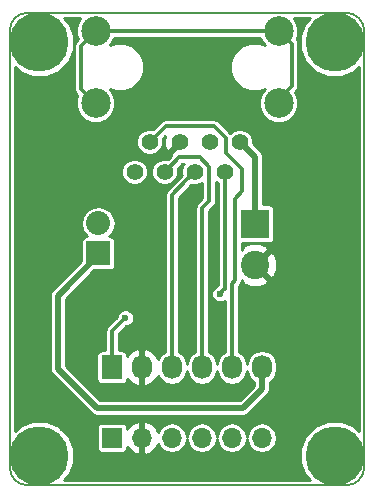
<source format=gtl>
G04 #@! TF.FileFunction,Copper,L1,Top,Signal*
%FSLAX46Y46*%
G04 Gerber Fmt 4.6, Leading zero omitted, Abs format (unit mm)*
G04 Created by KiCad (PCBNEW 4.0.7-e2-6376~58~ubuntu16.04.1) date Fri Aug  3 19:32:04 2018*
%MOMM*%
%LPD*%
G01*
G04 APERTURE LIST*
%ADD10C,0.100000*%
%ADD11C,0.150000*%
%ADD12C,5.000000*%
%ADD13O,1.727200X2.032000*%
%ADD14R,1.727200X2.032000*%
%ADD15R,2.032000X2.032000*%
%ADD16O,2.032000X2.032000*%
%ADD17C,2.400000*%
%ADD18R,2.400000X2.400000*%
%ADD19C,2.500000*%
%ADD20C,1.400000*%
%ADD21R,1.700000X1.700000*%
%ADD22O,1.700000X1.700000*%
%ADD23C,0.600000*%
%ADD24C,0.300000*%
%ADD25C,0.500000*%
%ADD26C,0.254000*%
G04 APERTURE END LIST*
D10*
D11*
X136500000Y-90000000D02*
G75*
G03X135000000Y-91500000I0J-1500000D01*
G01*
X165000000Y-91500000D02*
G75*
G03X163500000Y-90000000I-1500000J0D01*
G01*
X163500000Y-130000000D02*
G75*
G03X165000000Y-128500000I0J1500000D01*
G01*
X135000000Y-128500000D02*
G75*
G03X136500000Y-130000000I1500000J0D01*
G01*
X135000000Y-91500000D02*
X135000000Y-128500000D01*
X163500000Y-130000000D02*
X136500000Y-130000000D01*
X165000000Y-91500000D02*
X165000000Y-128500000D01*
X136500000Y-90000000D02*
X163500000Y-90000000D01*
D12*
X137500000Y-127500000D03*
X162500000Y-127500000D03*
X162500000Y-92500000D03*
D13*
X156337000Y-120015000D03*
X153797000Y-120015000D03*
X151257000Y-120015000D03*
X148717000Y-120015000D03*
X146177000Y-120015000D03*
D14*
X143637000Y-120015000D03*
D15*
X142494000Y-110363000D03*
D16*
X142494000Y-107823000D03*
D17*
X155764000Y-111351000D03*
D18*
X155764000Y-107851000D03*
D12*
X137500000Y-92500000D03*
D19*
X157762400Y-91539600D03*
X142262400Y-91539600D03*
D20*
X151917400Y-100929600D03*
X154457400Y-100929600D03*
X153187400Y-103469600D03*
X150647400Y-103469600D03*
X149377400Y-100929600D03*
X148107400Y-103469600D03*
X146837400Y-100929600D03*
X145567400Y-103469600D03*
D19*
X157762400Y-97639600D03*
X142262400Y-97639600D03*
D21*
X143637000Y-125984000D03*
D22*
X146177000Y-125984000D03*
X148717000Y-125984000D03*
X151257000Y-125984000D03*
X153797000Y-125984000D03*
X156337000Y-125984000D03*
D23*
X150012400Y-117652800D03*
X152857200Y-117094000D03*
X152857200Y-115570000D03*
X154559000Y-122377200D03*
X152908000Y-122402600D03*
X152044400Y-122428000D03*
X150495000Y-122428000D03*
X149504400Y-122428000D03*
X147955000Y-122428000D03*
X144780000Y-115824000D03*
X152781000Y-113792000D03*
D24*
X152857200Y-115570000D02*
X152857200Y-117094000D01*
X152908000Y-122402600D02*
X154533600Y-122402600D01*
X154533600Y-122402600D02*
X154559000Y-122377200D01*
X150495000Y-122428000D02*
X152044400Y-122428000D01*
X147955000Y-122428000D02*
X149504400Y-122428000D01*
D25*
X155764000Y-107851000D02*
X155764000Y-102170000D01*
X155764000Y-102170000D02*
X154523600Y-100929600D01*
X154523600Y-100929600D02*
X154457400Y-100929600D01*
D24*
X153187400Y-113385600D02*
X153080999Y-113492001D01*
X153187400Y-103469600D02*
X153187400Y-113385600D01*
X153080999Y-113492001D02*
X152781000Y-113792000D01*
X143637000Y-116967000D02*
X143637000Y-120015000D01*
X144780000Y-115824000D02*
X143637000Y-116967000D01*
X149947401Y-104169599D02*
X150647400Y-103469600D01*
X148717000Y-105400000D02*
X149947401Y-104169599D01*
X148717000Y-120015000D02*
X148717000Y-105400000D01*
X151257000Y-118699000D02*
X151257000Y-120015000D01*
X151257000Y-106553000D02*
X151257000Y-118699000D01*
X151892000Y-105918000D02*
X151257000Y-106553000D01*
X151892000Y-103022743D02*
X151892000Y-105918000D01*
X149342000Y-102235000D02*
X151104257Y-102235000D01*
X148107400Y-103469600D02*
X149342000Y-102235000D01*
X151104257Y-102235000D02*
X151892000Y-103022743D01*
X153289000Y-101854000D02*
X154686000Y-103251000D01*
X153797000Y-118699000D02*
X153797000Y-120015000D01*
X152273000Y-99568000D02*
X153289000Y-100584000D01*
X146837400Y-100929600D02*
X148199000Y-99568000D01*
X153289000Y-100584000D02*
X153289000Y-101854000D01*
X148199000Y-99568000D02*
X152273000Y-99568000D01*
X154057222Y-112663463D02*
X153797000Y-112923685D01*
X154686000Y-105096955D02*
X154057222Y-105725733D01*
X154057222Y-105725733D02*
X154057222Y-112663463D01*
X154686000Y-103251000D02*
X154686000Y-105096955D01*
X153797000Y-112923685D02*
X153797000Y-118699000D01*
X157762400Y-97639600D02*
X157762400Y-97304400D01*
X157762400Y-97304400D02*
X158851600Y-96215200D01*
X158851600Y-96215200D02*
X158851600Y-92628800D01*
X158851600Y-92628800D02*
X157762400Y-91539600D01*
X142262400Y-97639600D02*
X142191200Y-97639600D01*
X142191200Y-97639600D02*
X141020800Y-96469200D01*
X141020800Y-96469200D02*
X141020800Y-92781200D01*
X141020800Y-92781200D02*
X142262400Y-91539600D01*
X157762400Y-91539600D02*
X142262400Y-91539600D01*
D25*
X139065000Y-120142000D02*
X139065000Y-113935000D01*
X142367000Y-123444000D02*
X139065000Y-120142000D01*
X139065000Y-113935000D02*
X142500000Y-110500000D01*
X154750204Y-123444000D02*
X142367000Y-123444000D01*
X156337000Y-120015000D02*
X156337000Y-121857204D01*
X156337000Y-121857204D02*
X154750204Y-123444000D01*
D26*
G36*
X140841538Y-90588416D02*
X140585692Y-91204561D01*
X140585110Y-91871712D01*
X140739831Y-92246167D01*
X140612799Y-92373199D01*
X140487722Y-92560392D01*
X140443799Y-92781200D01*
X140443800Y-92781205D01*
X140443800Y-96469195D01*
X140443799Y-96469200D01*
X140487722Y-96690008D01*
X140612799Y-96877201D01*
X140719035Y-96983437D01*
X140585692Y-97304561D01*
X140585110Y-97971712D01*
X140839880Y-98588303D01*
X141311216Y-99060462D01*
X141927361Y-99316308D01*
X142594512Y-99316890D01*
X143211103Y-99062120D01*
X143683262Y-98590784D01*
X143939108Y-97974639D01*
X143939690Y-97307488D01*
X143684920Y-96690897D01*
X143456880Y-96462458D01*
X143887441Y-96641243D01*
X144703777Y-96641955D01*
X145458246Y-96330215D01*
X146035987Y-95753482D01*
X146349043Y-94999559D01*
X146349755Y-94183223D01*
X146038015Y-93428754D01*
X145461282Y-92851013D01*
X144707359Y-92537957D01*
X143891023Y-92537245D01*
X143457123Y-92716529D01*
X143683262Y-92490784D01*
X143838637Y-92116600D01*
X156186296Y-92116600D01*
X156339880Y-92488303D01*
X156567920Y-92716742D01*
X156137359Y-92537957D01*
X155321023Y-92537245D01*
X154566554Y-92848985D01*
X153988813Y-93425718D01*
X153675757Y-94179641D01*
X153675045Y-94995977D01*
X153986785Y-95750446D01*
X154563518Y-96328187D01*
X155317441Y-96641243D01*
X156133777Y-96641955D01*
X156567677Y-96462671D01*
X156341538Y-96688416D01*
X156085692Y-97304561D01*
X156085110Y-97971712D01*
X156339880Y-98588303D01*
X156811216Y-99060462D01*
X157427361Y-99316308D01*
X158094512Y-99316890D01*
X158711103Y-99062120D01*
X159183262Y-98590784D01*
X159439108Y-97974639D01*
X159439690Y-97307488D01*
X159186962Y-96695839D01*
X159259598Y-96623203D01*
X159259601Y-96623201D01*
X159362500Y-96469200D01*
X159384678Y-96436009D01*
X159428600Y-96215200D01*
X159428600Y-92628800D01*
X159384678Y-92407992D01*
X159384678Y-92407991D01*
X159281660Y-92253815D01*
X159439108Y-91874639D01*
X159439690Y-91207488D01*
X159184920Y-90590897D01*
X159050258Y-90456000D01*
X160404551Y-90456000D01*
X160020057Y-90839823D01*
X159573510Y-91915229D01*
X159572493Y-93079662D01*
X160017164Y-94155846D01*
X160839823Y-94979943D01*
X161915229Y-95426490D01*
X163079662Y-95427507D01*
X164155846Y-94982836D01*
X164544000Y-94595359D01*
X164544000Y-125404551D01*
X164160177Y-125020057D01*
X163084771Y-124573510D01*
X161920338Y-124572493D01*
X160844154Y-125017164D01*
X160020057Y-125839823D01*
X159573510Y-126915229D01*
X159572493Y-128079662D01*
X160017164Y-129155846D01*
X160404641Y-129544000D01*
X139595449Y-129544000D01*
X139979943Y-129160177D01*
X140426490Y-128084771D01*
X140427507Y-126920338D01*
X139982836Y-125844154D01*
X139273922Y-125134000D01*
X142351635Y-125134000D01*
X142351635Y-126834000D01*
X142381409Y-126992237D01*
X142474927Y-127137567D01*
X142617619Y-127235064D01*
X142787000Y-127269365D01*
X144487000Y-127269365D01*
X144645237Y-127239591D01*
X144790567Y-127146073D01*
X144888064Y-127003381D01*
X144922365Y-126834000D01*
X144922365Y-126738764D01*
X144981817Y-126865358D01*
X145410076Y-127255645D01*
X145820110Y-127425476D01*
X146050000Y-127304155D01*
X146050000Y-126111000D01*
X146030000Y-126111000D01*
X146030000Y-125857000D01*
X146050000Y-125857000D01*
X146050000Y-124663845D01*
X146304000Y-124663845D01*
X146304000Y-125857000D01*
X146324000Y-125857000D01*
X146324000Y-126111000D01*
X146304000Y-126111000D01*
X146304000Y-127304155D01*
X146533890Y-127425476D01*
X146943924Y-127255645D01*
X147372183Y-126865358D01*
X147541691Y-126504417D01*
X147814025Y-126911993D01*
X148228313Y-127188812D01*
X148717000Y-127286018D01*
X149205687Y-127188812D01*
X149619975Y-126911993D01*
X149896794Y-126497705D01*
X149987000Y-126044209D01*
X150077206Y-126497705D01*
X150354025Y-126911993D01*
X150768313Y-127188812D01*
X151257000Y-127286018D01*
X151745687Y-127188812D01*
X152159975Y-126911993D01*
X152436794Y-126497705D01*
X152527000Y-126044209D01*
X152617206Y-126497705D01*
X152894025Y-126911993D01*
X153308313Y-127188812D01*
X153797000Y-127286018D01*
X154285687Y-127188812D01*
X154699975Y-126911993D01*
X154976794Y-126497705D01*
X155067000Y-126044209D01*
X155157206Y-126497705D01*
X155434025Y-126911993D01*
X155848313Y-127188812D01*
X156337000Y-127286018D01*
X156825687Y-127188812D01*
X157239975Y-126911993D01*
X157516794Y-126497705D01*
X157614000Y-126009018D01*
X157614000Y-125958982D01*
X157516794Y-125470295D01*
X157239975Y-125056007D01*
X156825687Y-124779188D01*
X156337000Y-124681982D01*
X155848313Y-124779188D01*
X155434025Y-125056007D01*
X155157206Y-125470295D01*
X155067000Y-125923791D01*
X154976794Y-125470295D01*
X154699975Y-125056007D01*
X154285687Y-124779188D01*
X153797000Y-124681982D01*
X153308313Y-124779188D01*
X152894025Y-125056007D01*
X152617206Y-125470295D01*
X152527000Y-125923791D01*
X152436794Y-125470295D01*
X152159975Y-125056007D01*
X151745687Y-124779188D01*
X151257000Y-124681982D01*
X150768313Y-124779188D01*
X150354025Y-125056007D01*
X150077206Y-125470295D01*
X149987000Y-125923791D01*
X149896794Y-125470295D01*
X149619975Y-125056007D01*
X149205687Y-124779188D01*
X148717000Y-124681982D01*
X148228313Y-124779188D01*
X147814025Y-125056007D01*
X147541691Y-125463583D01*
X147372183Y-125102642D01*
X146943924Y-124712355D01*
X146533890Y-124542524D01*
X146304000Y-124663845D01*
X146050000Y-124663845D01*
X145820110Y-124542524D01*
X145410076Y-124712355D01*
X144981817Y-125102642D01*
X144922365Y-125229236D01*
X144922365Y-125134000D01*
X144892591Y-124975763D01*
X144799073Y-124830433D01*
X144656381Y-124732936D01*
X144487000Y-124698635D01*
X142787000Y-124698635D01*
X142628763Y-124728409D01*
X142483433Y-124821927D01*
X142385936Y-124964619D01*
X142351635Y-125134000D01*
X139273922Y-125134000D01*
X139160177Y-125020057D01*
X138084771Y-124573510D01*
X136920338Y-124572493D01*
X135844154Y-125017164D01*
X135456000Y-125404641D01*
X135456000Y-113935000D01*
X138388000Y-113935000D01*
X138388000Y-120142000D01*
X138439534Y-120401077D01*
X138537757Y-120548078D01*
X138586289Y-120620711D01*
X141888289Y-123922711D01*
X142107923Y-124069466D01*
X142367000Y-124121000D01*
X154750204Y-124121000D01*
X155009281Y-124069466D01*
X155228915Y-123922711D01*
X156815711Y-122335916D01*
X156889089Y-122226098D01*
X156962466Y-122116281D01*
X157014000Y-121857204D01*
X157014000Y-121265680D01*
X157249592Y-121108262D01*
X157529359Y-120689561D01*
X157627600Y-120195670D01*
X157627600Y-119834330D01*
X157529359Y-119340439D01*
X157249592Y-118921738D01*
X156830891Y-118641971D01*
X156337000Y-118543730D01*
X155843109Y-118641971D01*
X155424408Y-118921738D01*
X155144641Y-119340439D01*
X155067000Y-119730767D01*
X154989359Y-119340439D01*
X154709592Y-118921738D01*
X154374000Y-118697503D01*
X154374000Y-113162686D01*
X154465220Y-113071466D01*
X154465223Y-113071464D01*
X154569768Y-112915000D01*
X154590300Y-112884272D01*
X154634222Y-112663463D01*
X154634222Y-112660386D01*
X154646431Y-112648177D01*
X154769565Y-112935788D01*
X155451734Y-113195707D01*
X156181443Y-113174786D01*
X156758435Y-112935788D01*
X156881570Y-112648175D01*
X155764000Y-111530605D01*
X155749858Y-111544748D01*
X155570253Y-111365143D01*
X155584395Y-111351000D01*
X155943605Y-111351000D01*
X157061175Y-112468570D01*
X157348788Y-112345435D01*
X157608707Y-111663266D01*
X157587786Y-110933557D01*
X157348788Y-110356565D01*
X157061175Y-110233430D01*
X155943605Y-111351000D01*
X155584395Y-111351000D01*
X155570253Y-111336858D01*
X155749858Y-111157253D01*
X155764000Y-111171395D01*
X156881570Y-110053825D01*
X156758435Y-109766212D01*
X156076266Y-109506293D01*
X155346557Y-109527214D01*
X154769565Y-109766212D01*
X154646431Y-110053823D01*
X154634222Y-110041614D01*
X154634222Y-109486365D01*
X156964000Y-109486365D01*
X157122237Y-109456591D01*
X157267567Y-109363073D01*
X157365064Y-109220381D01*
X157399365Y-109051000D01*
X157399365Y-106651000D01*
X157369591Y-106492763D01*
X157276073Y-106347433D01*
X157133381Y-106249936D01*
X156964000Y-106215635D01*
X156441000Y-106215635D01*
X156441000Y-102170000D01*
X156418482Y-102056795D01*
X156389467Y-101910924D01*
X156242712Y-101691289D01*
X155584310Y-101032888D01*
X155584595Y-100706409D01*
X155413381Y-100292040D01*
X155096628Y-99974733D01*
X154682558Y-99802796D01*
X154234209Y-99802405D01*
X153819840Y-99973619D01*
X153657088Y-100136086D01*
X152681001Y-99159999D01*
X152493808Y-99034922D01*
X152273000Y-98990999D01*
X152272995Y-98991000D01*
X148199000Y-98991000D01*
X147978192Y-99034922D01*
X147790999Y-99159999D01*
X147790997Y-99160002D01*
X147123074Y-99827924D01*
X147062558Y-99802796D01*
X146614209Y-99802405D01*
X146199840Y-99973619D01*
X145882533Y-100290372D01*
X145710596Y-100704442D01*
X145710205Y-101152791D01*
X145881419Y-101567160D01*
X146198172Y-101884467D01*
X146612242Y-102056404D01*
X147060591Y-102056795D01*
X147474960Y-101885581D01*
X147792267Y-101568828D01*
X147964204Y-101154758D01*
X147964595Y-100706409D01*
X147938865Y-100644137D01*
X148129806Y-100453196D01*
X148029981Y-100736722D01*
X148058736Y-101267040D01*
X148206358Y-101623431D01*
X148442125Y-101685269D01*
X149197795Y-100929600D01*
X149183652Y-100915458D01*
X149363258Y-100735852D01*
X149377400Y-100749995D01*
X149391542Y-100735852D01*
X149571148Y-100915458D01*
X149557005Y-100929600D01*
X149571148Y-100943742D01*
X149391542Y-101123348D01*
X149377400Y-101109205D01*
X148621731Y-101864875D01*
X148678746Y-102082252D01*
X148393074Y-102367924D01*
X148332558Y-102342796D01*
X147884209Y-102342405D01*
X147469840Y-102513619D01*
X147152533Y-102830372D01*
X146980596Y-103244442D01*
X146980205Y-103692791D01*
X147151419Y-104107160D01*
X147468172Y-104424467D01*
X147882242Y-104596404D01*
X148330591Y-104596795D01*
X148744960Y-104425581D01*
X149062267Y-104108828D01*
X149234204Y-103694758D01*
X149234595Y-103246409D01*
X149208865Y-103184137D01*
X149581002Y-102812000D01*
X149710937Y-102812000D01*
X149692533Y-102830372D01*
X149520596Y-103244442D01*
X149520205Y-103692791D01*
X149545935Y-103755063D01*
X149539400Y-103761598D01*
X149539398Y-103761601D01*
X148308999Y-104991999D01*
X148183922Y-105179192D01*
X148139999Y-105400000D01*
X148140000Y-105400005D01*
X148140000Y-118697503D01*
X147804408Y-118921738D01*
X147543138Y-119312757D01*
X147468954Y-119100680D01*
X147079036Y-118664268D01*
X146551791Y-118410291D01*
X146536026Y-118407642D01*
X146304000Y-118528783D01*
X146304000Y-119888000D01*
X146324000Y-119888000D01*
X146324000Y-120142000D01*
X146304000Y-120142000D01*
X146304000Y-121501217D01*
X146536026Y-121622358D01*
X146551791Y-121619709D01*
X147079036Y-121365732D01*
X147468954Y-120929320D01*
X147543138Y-120717243D01*
X147804408Y-121108262D01*
X148223109Y-121388029D01*
X148717000Y-121486270D01*
X149210891Y-121388029D01*
X149629592Y-121108262D01*
X149909359Y-120689561D01*
X149987000Y-120299233D01*
X150064641Y-120689561D01*
X150344408Y-121108262D01*
X150763109Y-121388029D01*
X151257000Y-121486270D01*
X151750891Y-121388029D01*
X152169592Y-121108262D01*
X152449359Y-120689561D01*
X152527000Y-120299233D01*
X152604641Y-120689561D01*
X152884408Y-121108262D01*
X153303109Y-121388029D01*
X153797000Y-121486270D01*
X154290891Y-121388029D01*
X154709592Y-121108262D01*
X154989359Y-120689561D01*
X155067000Y-120299233D01*
X155144641Y-120689561D01*
X155424408Y-121108262D01*
X155660000Y-121265680D01*
X155660000Y-121576781D01*
X154469782Y-122767000D01*
X142647422Y-122767000D01*
X139742000Y-119861578D01*
X139742000Y-118999000D01*
X142338035Y-118999000D01*
X142338035Y-121031000D01*
X142367809Y-121189237D01*
X142461327Y-121334567D01*
X142604019Y-121432064D01*
X142773400Y-121466365D01*
X144500600Y-121466365D01*
X144658837Y-121436591D01*
X144804167Y-121343073D01*
X144901664Y-121200381D01*
X144935965Y-121031000D01*
X144935965Y-120986311D01*
X145274964Y-121365732D01*
X145802209Y-121619709D01*
X145817974Y-121622358D01*
X146050000Y-121501217D01*
X146050000Y-120142000D01*
X146030000Y-120142000D01*
X146030000Y-119888000D01*
X146050000Y-119888000D01*
X146050000Y-118528783D01*
X145817974Y-118407642D01*
X145802209Y-118410291D01*
X145274964Y-118664268D01*
X144935965Y-119043689D01*
X144935965Y-118999000D01*
X144906191Y-118840763D01*
X144812673Y-118695433D01*
X144669981Y-118597936D01*
X144500600Y-118563635D01*
X144214000Y-118563635D01*
X144214000Y-117206002D01*
X144868924Y-116551078D01*
X144923975Y-116551126D01*
X145191275Y-116440680D01*
X145395961Y-116236350D01*
X145506874Y-115969244D01*
X145507126Y-115680025D01*
X145396680Y-115412725D01*
X145192350Y-115208039D01*
X144925244Y-115097126D01*
X144636025Y-115096874D01*
X144368725Y-115207320D01*
X144164039Y-115411650D01*
X144053126Y-115678756D01*
X144053077Y-115734921D01*
X143228999Y-116558999D01*
X143103922Y-116746192D01*
X143059999Y-116967000D01*
X143060000Y-116967005D01*
X143060000Y-118563635D01*
X142773400Y-118563635D01*
X142615163Y-118593409D01*
X142469833Y-118686927D01*
X142372336Y-118829619D01*
X142338035Y-118999000D01*
X139742000Y-118999000D01*
X139742000Y-114215422D01*
X142143058Y-111814365D01*
X143510000Y-111814365D01*
X143668237Y-111784591D01*
X143813567Y-111691073D01*
X143911064Y-111548381D01*
X143945365Y-111379000D01*
X143945365Y-109347000D01*
X143915591Y-109188763D01*
X143822073Y-109043433D01*
X143679381Y-108945936D01*
X143510000Y-108911635D01*
X143440437Y-108911635D01*
X143542625Y-108843355D01*
X143855428Y-108375212D01*
X143965270Y-107823000D01*
X143855428Y-107270788D01*
X143542625Y-106802645D01*
X143074482Y-106489842D01*
X142522270Y-106380000D01*
X142465730Y-106380000D01*
X141913518Y-106489842D01*
X141445375Y-106802645D01*
X141132572Y-107270788D01*
X141022730Y-107823000D01*
X141132572Y-108375212D01*
X141445375Y-108843355D01*
X141547563Y-108911635D01*
X141478000Y-108911635D01*
X141319763Y-108941409D01*
X141174433Y-109034927D01*
X141076936Y-109177619D01*
X141042635Y-109347000D01*
X141042635Y-110999942D01*
X138586289Y-113456289D01*
X138439534Y-113675923D01*
X138388000Y-113935000D01*
X135456000Y-113935000D01*
X135456000Y-103692791D01*
X144440205Y-103692791D01*
X144611419Y-104107160D01*
X144928172Y-104424467D01*
X145342242Y-104596404D01*
X145790591Y-104596795D01*
X146204960Y-104425581D01*
X146522267Y-104108828D01*
X146694204Y-103694758D01*
X146694595Y-103246409D01*
X146523381Y-102832040D01*
X146206628Y-102514733D01*
X145792558Y-102342796D01*
X145344209Y-102342405D01*
X144929840Y-102513619D01*
X144612533Y-102830372D01*
X144440596Y-103244442D01*
X144440205Y-103692791D01*
X135456000Y-103692791D01*
X135456000Y-94595449D01*
X135839823Y-94979943D01*
X136915229Y-95426490D01*
X138079662Y-95427507D01*
X139155846Y-94982836D01*
X139979943Y-94160177D01*
X140426490Y-93084771D01*
X140427507Y-91920338D01*
X139982836Y-90844154D01*
X139595359Y-90456000D01*
X140974185Y-90456000D01*
X140841538Y-90588416D01*
X140841538Y-90588416D01*
G37*
X140841538Y-90588416D02*
X140585692Y-91204561D01*
X140585110Y-91871712D01*
X140739831Y-92246167D01*
X140612799Y-92373199D01*
X140487722Y-92560392D01*
X140443799Y-92781200D01*
X140443800Y-92781205D01*
X140443800Y-96469195D01*
X140443799Y-96469200D01*
X140487722Y-96690008D01*
X140612799Y-96877201D01*
X140719035Y-96983437D01*
X140585692Y-97304561D01*
X140585110Y-97971712D01*
X140839880Y-98588303D01*
X141311216Y-99060462D01*
X141927361Y-99316308D01*
X142594512Y-99316890D01*
X143211103Y-99062120D01*
X143683262Y-98590784D01*
X143939108Y-97974639D01*
X143939690Y-97307488D01*
X143684920Y-96690897D01*
X143456880Y-96462458D01*
X143887441Y-96641243D01*
X144703777Y-96641955D01*
X145458246Y-96330215D01*
X146035987Y-95753482D01*
X146349043Y-94999559D01*
X146349755Y-94183223D01*
X146038015Y-93428754D01*
X145461282Y-92851013D01*
X144707359Y-92537957D01*
X143891023Y-92537245D01*
X143457123Y-92716529D01*
X143683262Y-92490784D01*
X143838637Y-92116600D01*
X156186296Y-92116600D01*
X156339880Y-92488303D01*
X156567920Y-92716742D01*
X156137359Y-92537957D01*
X155321023Y-92537245D01*
X154566554Y-92848985D01*
X153988813Y-93425718D01*
X153675757Y-94179641D01*
X153675045Y-94995977D01*
X153986785Y-95750446D01*
X154563518Y-96328187D01*
X155317441Y-96641243D01*
X156133777Y-96641955D01*
X156567677Y-96462671D01*
X156341538Y-96688416D01*
X156085692Y-97304561D01*
X156085110Y-97971712D01*
X156339880Y-98588303D01*
X156811216Y-99060462D01*
X157427361Y-99316308D01*
X158094512Y-99316890D01*
X158711103Y-99062120D01*
X159183262Y-98590784D01*
X159439108Y-97974639D01*
X159439690Y-97307488D01*
X159186962Y-96695839D01*
X159259598Y-96623203D01*
X159259601Y-96623201D01*
X159362500Y-96469200D01*
X159384678Y-96436009D01*
X159428600Y-96215200D01*
X159428600Y-92628800D01*
X159384678Y-92407992D01*
X159384678Y-92407991D01*
X159281660Y-92253815D01*
X159439108Y-91874639D01*
X159439690Y-91207488D01*
X159184920Y-90590897D01*
X159050258Y-90456000D01*
X160404551Y-90456000D01*
X160020057Y-90839823D01*
X159573510Y-91915229D01*
X159572493Y-93079662D01*
X160017164Y-94155846D01*
X160839823Y-94979943D01*
X161915229Y-95426490D01*
X163079662Y-95427507D01*
X164155846Y-94982836D01*
X164544000Y-94595359D01*
X164544000Y-125404551D01*
X164160177Y-125020057D01*
X163084771Y-124573510D01*
X161920338Y-124572493D01*
X160844154Y-125017164D01*
X160020057Y-125839823D01*
X159573510Y-126915229D01*
X159572493Y-128079662D01*
X160017164Y-129155846D01*
X160404641Y-129544000D01*
X139595449Y-129544000D01*
X139979943Y-129160177D01*
X140426490Y-128084771D01*
X140427507Y-126920338D01*
X139982836Y-125844154D01*
X139273922Y-125134000D01*
X142351635Y-125134000D01*
X142351635Y-126834000D01*
X142381409Y-126992237D01*
X142474927Y-127137567D01*
X142617619Y-127235064D01*
X142787000Y-127269365D01*
X144487000Y-127269365D01*
X144645237Y-127239591D01*
X144790567Y-127146073D01*
X144888064Y-127003381D01*
X144922365Y-126834000D01*
X144922365Y-126738764D01*
X144981817Y-126865358D01*
X145410076Y-127255645D01*
X145820110Y-127425476D01*
X146050000Y-127304155D01*
X146050000Y-126111000D01*
X146030000Y-126111000D01*
X146030000Y-125857000D01*
X146050000Y-125857000D01*
X146050000Y-124663845D01*
X146304000Y-124663845D01*
X146304000Y-125857000D01*
X146324000Y-125857000D01*
X146324000Y-126111000D01*
X146304000Y-126111000D01*
X146304000Y-127304155D01*
X146533890Y-127425476D01*
X146943924Y-127255645D01*
X147372183Y-126865358D01*
X147541691Y-126504417D01*
X147814025Y-126911993D01*
X148228313Y-127188812D01*
X148717000Y-127286018D01*
X149205687Y-127188812D01*
X149619975Y-126911993D01*
X149896794Y-126497705D01*
X149987000Y-126044209D01*
X150077206Y-126497705D01*
X150354025Y-126911993D01*
X150768313Y-127188812D01*
X151257000Y-127286018D01*
X151745687Y-127188812D01*
X152159975Y-126911993D01*
X152436794Y-126497705D01*
X152527000Y-126044209D01*
X152617206Y-126497705D01*
X152894025Y-126911993D01*
X153308313Y-127188812D01*
X153797000Y-127286018D01*
X154285687Y-127188812D01*
X154699975Y-126911993D01*
X154976794Y-126497705D01*
X155067000Y-126044209D01*
X155157206Y-126497705D01*
X155434025Y-126911993D01*
X155848313Y-127188812D01*
X156337000Y-127286018D01*
X156825687Y-127188812D01*
X157239975Y-126911993D01*
X157516794Y-126497705D01*
X157614000Y-126009018D01*
X157614000Y-125958982D01*
X157516794Y-125470295D01*
X157239975Y-125056007D01*
X156825687Y-124779188D01*
X156337000Y-124681982D01*
X155848313Y-124779188D01*
X155434025Y-125056007D01*
X155157206Y-125470295D01*
X155067000Y-125923791D01*
X154976794Y-125470295D01*
X154699975Y-125056007D01*
X154285687Y-124779188D01*
X153797000Y-124681982D01*
X153308313Y-124779188D01*
X152894025Y-125056007D01*
X152617206Y-125470295D01*
X152527000Y-125923791D01*
X152436794Y-125470295D01*
X152159975Y-125056007D01*
X151745687Y-124779188D01*
X151257000Y-124681982D01*
X150768313Y-124779188D01*
X150354025Y-125056007D01*
X150077206Y-125470295D01*
X149987000Y-125923791D01*
X149896794Y-125470295D01*
X149619975Y-125056007D01*
X149205687Y-124779188D01*
X148717000Y-124681982D01*
X148228313Y-124779188D01*
X147814025Y-125056007D01*
X147541691Y-125463583D01*
X147372183Y-125102642D01*
X146943924Y-124712355D01*
X146533890Y-124542524D01*
X146304000Y-124663845D01*
X146050000Y-124663845D01*
X145820110Y-124542524D01*
X145410076Y-124712355D01*
X144981817Y-125102642D01*
X144922365Y-125229236D01*
X144922365Y-125134000D01*
X144892591Y-124975763D01*
X144799073Y-124830433D01*
X144656381Y-124732936D01*
X144487000Y-124698635D01*
X142787000Y-124698635D01*
X142628763Y-124728409D01*
X142483433Y-124821927D01*
X142385936Y-124964619D01*
X142351635Y-125134000D01*
X139273922Y-125134000D01*
X139160177Y-125020057D01*
X138084771Y-124573510D01*
X136920338Y-124572493D01*
X135844154Y-125017164D01*
X135456000Y-125404641D01*
X135456000Y-113935000D01*
X138388000Y-113935000D01*
X138388000Y-120142000D01*
X138439534Y-120401077D01*
X138537757Y-120548078D01*
X138586289Y-120620711D01*
X141888289Y-123922711D01*
X142107923Y-124069466D01*
X142367000Y-124121000D01*
X154750204Y-124121000D01*
X155009281Y-124069466D01*
X155228915Y-123922711D01*
X156815711Y-122335916D01*
X156889089Y-122226098D01*
X156962466Y-122116281D01*
X157014000Y-121857204D01*
X157014000Y-121265680D01*
X157249592Y-121108262D01*
X157529359Y-120689561D01*
X157627600Y-120195670D01*
X157627600Y-119834330D01*
X157529359Y-119340439D01*
X157249592Y-118921738D01*
X156830891Y-118641971D01*
X156337000Y-118543730D01*
X155843109Y-118641971D01*
X155424408Y-118921738D01*
X155144641Y-119340439D01*
X155067000Y-119730767D01*
X154989359Y-119340439D01*
X154709592Y-118921738D01*
X154374000Y-118697503D01*
X154374000Y-113162686D01*
X154465220Y-113071466D01*
X154465223Y-113071464D01*
X154569768Y-112915000D01*
X154590300Y-112884272D01*
X154634222Y-112663463D01*
X154634222Y-112660386D01*
X154646431Y-112648177D01*
X154769565Y-112935788D01*
X155451734Y-113195707D01*
X156181443Y-113174786D01*
X156758435Y-112935788D01*
X156881570Y-112648175D01*
X155764000Y-111530605D01*
X155749858Y-111544748D01*
X155570253Y-111365143D01*
X155584395Y-111351000D01*
X155943605Y-111351000D01*
X157061175Y-112468570D01*
X157348788Y-112345435D01*
X157608707Y-111663266D01*
X157587786Y-110933557D01*
X157348788Y-110356565D01*
X157061175Y-110233430D01*
X155943605Y-111351000D01*
X155584395Y-111351000D01*
X155570253Y-111336858D01*
X155749858Y-111157253D01*
X155764000Y-111171395D01*
X156881570Y-110053825D01*
X156758435Y-109766212D01*
X156076266Y-109506293D01*
X155346557Y-109527214D01*
X154769565Y-109766212D01*
X154646431Y-110053823D01*
X154634222Y-110041614D01*
X154634222Y-109486365D01*
X156964000Y-109486365D01*
X157122237Y-109456591D01*
X157267567Y-109363073D01*
X157365064Y-109220381D01*
X157399365Y-109051000D01*
X157399365Y-106651000D01*
X157369591Y-106492763D01*
X157276073Y-106347433D01*
X157133381Y-106249936D01*
X156964000Y-106215635D01*
X156441000Y-106215635D01*
X156441000Y-102170000D01*
X156418482Y-102056795D01*
X156389467Y-101910924D01*
X156242712Y-101691289D01*
X155584310Y-101032888D01*
X155584595Y-100706409D01*
X155413381Y-100292040D01*
X155096628Y-99974733D01*
X154682558Y-99802796D01*
X154234209Y-99802405D01*
X153819840Y-99973619D01*
X153657088Y-100136086D01*
X152681001Y-99159999D01*
X152493808Y-99034922D01*
X152273000Y-98990999D01*
X152272995Y-98991000D01*
X148199000Y-98991000D01*
X147978192Y-99034922D01*
X147790999Y-99159999D01*
X147790997Y-99160002D01*
X147123074Y-99827924D01*
X147062558Y-99802796D01*
X146614209Y-99802405D01*
X146199840Y-99973619D01*
X145882533Y-100290372D01*
X145710596Y-100704442D01*
X145710205Y-101152791D01*
X145881419Y-101567160D01*
X146198172Y-101884467D01*
X146612242Y-102056404D01*
X147060591Y-102056795D01*
X147474960Y-101885581D01*
X147792267Y-101568828D01*
X147964204Y-101154758D01*
X147964595Y-100706409D01*
X147938865Y-100644137D01*
X148129806Y-100453196D01*
X148029981Y-100736722D01*
X148058736Y-101267040D01*
X148206358Y-101623431D01*
X148442125Y-101685269D01*
X149197795Y-100929600D01*
X149183652Y-100915458D01*
X149363258Y-100735852D01*
X149377400Y-100749995D01*
X149391542Y-100735852D01*
X149571148Y-100915458D01*
X149557005Y-100929600D01*
X149571148Y-100943742D01*
X149391542Y-101123348D01*
X149377400Y-101109205D01*
X148621731Y-101864875D01*
X148678746Y-102082252D01*
X148393074Y-102367924D01*
X148332558Y-102342796D01*
X147884209Y-102342405D01*
X147469840Y-102513619D01*
X147152533Y-102830372D01*
X146980596Y-103244442D01*
X146980205Y-103692791D01*
X147151419Y-104107160D01*
X147468172Y-104424467D01*
X147882242Y-104596404D01*
X148330591Y-104596795D01*
X148744960Y-104425581D01*
X149062267Y-104108828D01*
X149234204Y-103694758D01*
X149234595Y-103246409D01*
X149208865Y-103184137D01*
X149581002Y-102812000D01*
X149710937Y-102812000D01*
X149692533Y-102830372D01*
X149520596Y-103244442D01*
X149520205Y-103692791D01*
X149545935Y-103755063D01*
X149539400Y-103761598D01*
X149539398Y-103761601D01*
X148308999Y-104991999D01*
X148183922Y-105179192D01*
X148139999Y-105400000D01*
X148140000Y-105400005D01*
X148140000Y-118697503D01*
X147804408Y-118921738D01*
X147543138Y-119312757D01*
X147468954Y-119100680D01*
X147079036Y-118664268D01*
X146551791Y-118410291D01*
X146536026Y-118407642D01*
X146304000Y-118528783D01*
X146304000Y-119888000D01*
X146324000Y-119888000D01*
X146324000Y-120142000D01*
X146304000Y-120142000D01*
X146304000Y-121501217D01*
X146536026Y-121622358D01*
X146551791Y-121619709D01*
X147079036Y-121365732D01*
X147468954Y-120929320D01*
X147543138Y-120717243D01*
X147804408Y-121108262D01*
X148223109Y-121388029D01*
X148717000Y-121486270D01*
X149210891Y-121388029D01*
X149629592Y-121108262D01*
X149909359Y-120689561D01*
X149987000Y-120299233D01*
X150064641Y-120689561D01*
X150344408Y-121108262D01*
X150763109Y-121388029D01*
X151257000Y-121486270D01*
X151750891Y-121388029D01*
X152169592Y-121108262D01*
X152449359Y-120689561D01*
X152527000Y-120299233D01*
X152604641Y-120689561D01*
X152884408Y-121108262D01*
X153303109Y-121388029D01*
X153797000Y-121486270D01*
X154290891Y-121388029D01*
X154709592Y-121108262D01*
X154989359Y-120689561D01*
X155067000Y-120299233D01*
X155144641Y-120689561D01*
X155424408Y-121108262D01*
X155660000Y-121265680D01*
X155660000Y-121576781D01*
X154469782Y-122767000D01*
X142647422Y-122767000D01*
X139742000Y-119861578D01*
X139742000Y-118999000D01*
X142338035Y-118999000D01*
X142338035Y-121031000D01*
X142367809Y-121189237D01*
X142461327Y-121334567D01*
X142604019Y-121432064D01*
X142773400Y-121466365D01*
X144500600Y-121466365D01*
X144658837Y-121436591D01*
X144804167Y-121343073D01*
X144901664Y-121200381D01*
X144935965Y-121031000D01*
X144935965Y-120986311D01*
X145274964Y-121365732D01*
X145802209Y-121619709D01*
X145817974Y-121622358D01*
X146050000Y-121501217D01*
X146050000Y-120142000D01*
X146030000Y-120142000D01*
X146030000Y-119888000D01*
X146050000Y-119888000D01*
X146050000Y-118528783D01*
X145817974Y-118407642D01*
X145802209Y-118410291D01*
X145274964Y-118664268D01*
X144935965Y-119043689D01*
X144935965Y-118999000D01*
X144906191Y-118840763D01*
X144812673Y-118695433D01*
X144669981Y-118597936D01*
X144500600Y-118563635D01*
X144214000Y-118563635D01*
X144214000Y-117206002D01*
X144868924Y-116551078D01*
X144923975Y-116551126D01*
X145191275Y-116440680D01*
X145395961Y-116236350D01*
X145506874Y-115969244D01*
X145507126Y-115680025D01*
X145396680Y-115412725D01*
X145192350Y-115208039D01*
X144925244Y-115097126D01*
X144636025Y-115096874D01*
X144368725Y-115207320D01*
X144164039Y-115411650D01*
X144053126Y-115678756D01*
X144053077Y-115734921D01*
X143228999Y-116558999D01*
X143103922Y-116746192D01*
X143059999Y-116967000D01*
X143060000Y-116967005D01*
X143060000Y-118563635D01*
X142773400Y-118563635D01*
X142615163Y-118593409D01*
X142469833Y-118686927D01*
X142372336Y-118829619D01*
X142338035Y-118999000D01*
X139742000Y-118999000D01*
X139742000Y-114215422D01*
X142143058Y-111814365D01*
X143510000Y-111814365D01*
X143668237Y-111784591D01*
X143813567Y-111691073D01*
X143911064Y-111548381D01*
X143945365Y-111379000D01*
X143945365Y-109347000D01*
X143915591Y-109188763D01*
X143822073Y-109043433D01*
X143679381Y-108945936D01*
X143510000Y-108911635D01*
X143440437Y-108911635D01*
X143542625Y-108843355D01*
X143855428Y-108375212D01*
X143965270Y-107823000D01*
X143855428Y-107270788D01*
X143542625Y-106802645D01*
X143074482Y-106489842D01*
X142522270Y-106380000D01*
X142465730Y-106380000D01*
X141913518Y-106489842D01*
X141445375Y-106802645D01*
X141132572Y-107270788D01*
X141022730Y-107823000D01*
X141132572Y-108375212D01*
X141445375Y-108843355D01*
X141547563Y-108911635D01*
X141478000Y-108911635D01*
X141319763Y-108941409D01*
X141174433Y-109034927D01*
X141076936Y-109177619D01*
X141042635Y-109347000D01*
X141042635Y-110999942D01*
X138586289Y-113456289D01*
X138439534Y-113675923D01*
X138388000Y-113935000D01*
X135456000Y-113935000D01*
X135456000Y-103692791D01*
X144440205Y-103692791D01*
X144611419Y-104107160D01*
X144928172Y-104424467D01*
X145342242Y-104596404D01*
X145790591Y-104596795D01*
X146204960Y-104425581D01*
X146522267Y-104108828D01*
X146694204Y-103694758D01*
X146694595Y-103246409D01*
X146523381Y-102832040D01*
X146206628Y-102514733D01*
X145792558Y-102342796D01*
X145344209Y-102342405D01*
X144929840Y-102513619D01*
X144612533Y-102830372D01*
X144440596Y-103244442D01*
X144440205Y-103692791D01*
X135456000Y-103692791D01*
X135456000Y-94595449D01*
X135839823Y-94979943D01*
X136915229Y-95426490D01*
X138079662Y-95427507D01*
X139155846Y-94982836D01*
X139979943Y-94160177D01*
X140426490Y-93084771D01*
X140427507Y-91920338D01*
X139982836Y-90844154D01*
X139595359Y-90456000D01*
X140974185Y-90456000D01*
X140841538Y-90588416D01*
G36*
X151315000Y-105678999D02*
X150848999Y-106144999D01*
X150723922Y-106332192D01*
X150679999Y-106553000D01*
X150680000Y-106553005D01*
X150680000Y-118697503D01*
X150344408Y-118921738D01*
X150064641Y-119340439D01*
X149987000Y-119730767D01*
X149909359Y-119340439D01*
X149629592Y-118921738D01*
X149294000Y-118697503D01*
X149294000Y-105639002D01*
X150355399Y-104577602D01*
X150355402Y-104577600D01*
X150361726Y-104571276D01*
X150422242Y-104596404D01*
X150870591Y-104596795D01*
X151284960Y-104425581D01*
X151315000Y-104395593D01*
X151315000Y-105678999D01*
X151315000Y-105678999D01*
G37*
X151315000Y-105678999D02*
X150848999Y-106144999D01*
X150723922Y-106332192D01*
X150679999Y-106553000D01*
X150680000Y-106553005D01*
X150680000Y-118697503D01*
X150344408Y-118921738D01*
X150064641Y-119340439D01*
X149987000Y-119730767D01*
X149909359Y-119340439D01*
X149629592Y-118921738D01*
X149294000Y-118697503D01*
X149294000Y-105639002D01*
X150355399Y-104577602D01*
X150355402Y-104577600D01*
X150361726Y-104571276D01*
X150422242Y-104596404D01*
X150870591Y-104596795D01*
X151284960Y-104425581D01*
X151315000Y-104395593D01*
X151315000Y-105678999D01*
G36*
X152548172Y-104424467D02*
X152610400Y-104450306D01*
X152610400Y-113075875D01*
X152369725Y-113175320D01*
X152165039Y-113379650D01*
X152054126Y-113646756D01*
X152053874Y-113935975D01*
X152164320Y-114203275D01*
X152368650Y-114407961D01*
X152635756Y-114518874D01*
X152924975Y-114519126D01*
X153192275Y-114408680D01*
X153220000Y-114381003D01*
X153220000Y-118697503D01*
X152884408Y-118921738D01*
X152604641Y-119340439D01*
X152527000Y-119730767D01*
X152449359Y-119340439D01*
X152169592Y-118921738D01*
X151834000Y-118697503D01*
X151834000Y-106792002D01*
X152299998Y-106326003D01*
X152300001Y-106326001D01*
X152425078Y-106138808D01*
X152426087Y-106133734D01*
X152469001Y-105918000D01*
X152469000Y-105917995D01*
X152469000Y-104345157D01*
X152548172Y-104424467D01*
X152548172Y-104424467D01*
G37*
X152548172Y-104424467D02*
X152610400Y-104450306D01*
X152610400Y-113075875D01*
X152369725Y-113175320D01*
X152165039Y-113379650D01*
X152054126Y-113646756D01*
X152053874Y-113935975D01*
X152164320Y-114203275D01*
X152368650Y-114407961D01*
X152635756Y-114518874D01*
X152924975Y-114519126D01*
X153192275Y-114408680D01*
X153220000Y-114381003D01*
X153220000Y-118697503D01*
X152884408Y-118921738D01*
X152604641Y-119340439D01*
X152527000Y-119730767D01*
X152449359Y-119340439D01*
X152169592Y-118921738D01*
X151834000Y-118697503D01*
X151834000Y-106792002D01*
X152299998Y-106326003D01*
X152300001Y-106326001D01*
X152425078Y-106138808D01*
X152426087Y-106133734D01*
X152469001Y-105918000D01*
X152469000Y-105917995D01*
X152469000Y-104345157D01*
X152548172Y-104424467D01*
G36*
X152111148Y-100915458D02*
X152097005Y-100929600D01*
X152111148Y-100943742D01*
X151931542Y-101123348D01*
X151917400Y-101109205D01*
X151903258Y-101123348D01*
X151723652Y-100943742D01*
X151737795Y-100929600D01*
X151723652Y-100915458D01*
X151903258Y-100735852D01*
X151917400Y-100749995D01*
X151931542Y-100735852D01*
X152111148Y-100915458D01*
X152111148Y-100915458D01*
G37*
X152111148Y-100915458D02*
X152097005Y-100929600D01*
X152111148Y-100943742D01*
X151931542Y-101123348D01*
X151917400Y-101109205D01*
X151903258Y-101123348D01*
X151723652Y-100943742D01*
X151737795Y-100929600D01*
X151723652Y-100915458D01*
X151903258Y-100735852D01*
X151917400Y-100749995D01*
X151931542Y-100735852D01*
X152111148Y-100915458D01*
M02*

</source>
